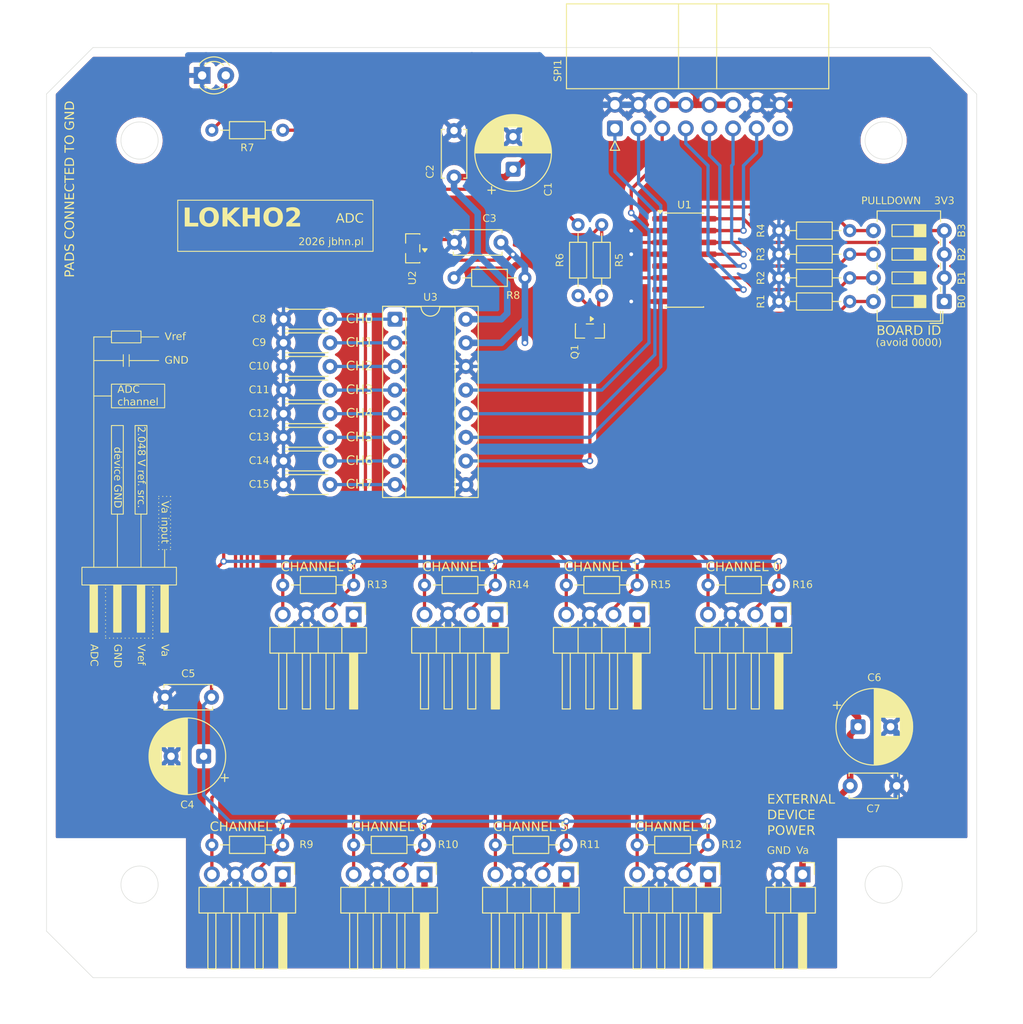
<source format=kicad_pcb>
(kicad_pcb (version 20241229) (generator "pcbnew") (generator_version "9.0")
  (layers (0 "F.Cu" signal) (2 "B.Cu" signal) (13 "F.Paste" user) (15 "B.Paste" user) (5 "F.SilkS" user "F.Silkscreen") (7 "B.SilkS" user "B.Silkscreen") (1 "F.Mask" user) (3 "B.Mask" user) (25 "Edge.Cuts" user))
  (net 0 "")
  (net 1 "SPI_MISO")
  (net 2 "SPI_MOSI")
  (net 3 "SPI_SCK")
  (net 4 "+3V3")
  (net 5 "SPI_S0")
  (net 6 "SPI_S1")
  (net 7 "SPI_S2")
  (net 8 "SPI_S3")
  (net 9 "GP")
  (net 10 "ADDR_SEL")
  (net 11 "Net-(Q1-B)")
  (net 12 "Net-(U1-B0)")
  (net 13 "Net-(U1-B1)")
  (net 14 "Net-(U1-B2)")
  (net 15 "Net-(U1-B3)")
  (net 16 "Net-(U1-Oa=b)")
  (net 17 "+2V048")
  (net 20 "Va")
  (net 21 "Net-(D1-A)")
  (net 23 "CH1")
  (net 24 "CH0")
  (net 25 "CH4")
  (net 26 "CH5")
  (net 27 "CH6")
  (net 28 "GND")
  (net 29 "CH2")
  (net 30 "CH3")
  (net 31 "CH7")
  (footprint "LED_THT:LED_D3.0mm" (layer "F.Cu") (at 116.73 63)
    (property "Reference" "D1" (hide yes))
    (property "Value" "LED")
  )
  (footprint "Capacitor_THT:C_Disc_D5.0mm_W2.5mm_P5.00mm" (layer "F.Cu") (at 143.855 80.955)
    (property "Reference" "C3")
    (property "Value" "100n")
  )
  (footprint "Capacitor_THT:C_Disc_D4.3mm_W1.9mm_P5.00mm" (layer "F.Cu") (at 125.48 91.75)
    (property "Reference" "C9")
    (property "Value" "100n")
  )
  (footprint "Resistor_THT:R_Axial_DIN0204_L3.6mm_D1.6mm_P7.62mm_Horizontal" (layer "F.Cu") (at 148.26 145.725)
    (property "Reference" "R11")
    (property "Value" "360")
  )
  (footprint "Resistor_THT:R_Axial_DIN0204_L3.6mm_D1.6mm_P7.62mm_Horizontal" (layer "F.Cu") (at 117.78 145.725)
    (property "Reference" "R9")
    (property "Value" "360")
  )
  (footprint "Resistor_THT:R_Axial_DIN0204_L3.6mm_D1.6mm_P7.62mm_Horizontal" (layer "F.Cu") (at 186.36 84.765 180)
    (property "Reference" "R2")
    (property "Value" "10k")
  )
  (footprint "Package_DIP:DIP-16_W7.62mm_Socket" (layer "F.Cu") (at 137.465 89.21)
    (property "Reference" "U3")
    (property "Value" "MCP3208")
  )
  (footprint "Capacitor_THT:C_Disc_D5.0mm_W2.5mm_P5.00mm" (layer "F.Cu") (at 191.4 139.375 180)
    (property "Reference" "C7")
    (property "Value" "100n")
  )
  (footprint "Resistor_THT:R_Axial_DIN0204_L3.6mm_D1.6mm_P7.62mm_Horizontal" (layer "F.Cu") (at 186.36 79.685 180)
    (property "Reference" "R4")
    (property "Value" "10k")
  )
  (footprint "Resistor_THT:R_Axial_DIN0204_L3.6mm_D1.6mm_P7.62mm_Horizontal" (layer "F.Cu") (at 157.15 86.67 90)
    (property "Reference" "R6")
    (property "Value" "10k")
  )
  (footprint "Connector_PinHeader_2.54mm:PinHeader_1x04_P2.54mm_Horizontal" (layer "F.Cu") (at 140.64 148.9 -90)
    (property "Reference" "J2" (hide yes))
    (property "Value" "ADC1")
  )
  (footprint "Connector_IDC:IDC-Header_2x08_P2.54mm_Horizontal" (layer "F.Cu") (at 161.11 68.6975 90)
    (property "Reference" "SPI1")
    (property "Value" "LOKHO2 SPI")
  )
  (footprint "Capacitor_THT:C_Disc_D4.3mm_W1.9mm_P5.00mm" (layer "F.Cu") (at 125.48 89.21)
    (property "Reference" "C8")
    (property "Value" "100n")
  )
  (footprint "Resistor_THT:R_Axial_DIN0204_L3.6mm_D1.6mm_P7.62mm_Horizontal" (layer "F.Cu") (at 186.36 87.305 180)
    (property "Reference" "R1")
    (property "Value" "10k")
  )
  (footprint "Connector_PinHeader_2.54mm:PinHeader_1x04_P2.54mm_Horizontal" (layer "F.Cu") (at 163.5 120.96 -90)
    (property "Reference" "J7" (hide yes))
    (property "Value" "ADC6")
  )
  (footprint "Package_TO_SOT_SMD:SOT-23" (layer "F.Cu") (at 139.37 81.59 180)
    (property "Reference" "U2")
    (property "Value" "LM4040DBZ-2.0")
  )
  (footprint "Package_SO:SO-16_3.9x9.9mm_P1.27mm" (layer "F.Cu") (at 168.58 82.86)
    (property "Reference" "U1")
    (property "Value" "74HC85")
  )
  (footprint "Resistor_THT:R_Axial_DIN0204_L3.6mm_D1.6mm_P7.62mm_Horizontal" (layer "F.Cu") (at 125.4 68.89 180)
    (property "Reference" "R7")
    (property "Value" "1k")
  )
  (footprint "Resistor_THT:R_Axial_DIN0204_L3.6mm_D1.6mm_P7.62mm_Horizontal" (layer "F.Cu") (at 163.5 145.725)
    (property "Reference" "R12")
    (property "Value" "360")
  )
  (footprint "Resistor_THT:R_Axial_DIN0204_L3.6mm_D1.6mm_P7.62mm_Horizontal" (layer "F.Cu") (at 186.36 82.225 180)
    (property "Reference" "R3")
    (property "Value" "10k")
  )
  (footprint "Connector_PinHeader_2.54mm:PinHeader_1x04_P2.54mm_Horizontal" (layer "F.Cu") (at 148.26 120.96 -90)
    (property "Reference" "J6" (hide yes))
    (property "Value" "ADC5")
  )
  (footprint "Capacitor_THT:C_Disc_D4.3mm_W1.9mm_P5.00mm" (layer "F.Cu") (at 125.48 106.99)
    (property "Reference" "C15")
    (property "Value" "100n")
  )
  (footprint "Package_TO_SOT_SMD:SOT-23" (layer "F.Cu") (at 158.42 90.48 -90)
    (property "Reference" "Q1")
    (property "Value" "BC846")
  )
  (footprint "Capacitor_THT:CP_Radial_D8.0mm_P3.50mm" (layer "F.Cu") (at 187.247349 133.025)
    (property "Reference" "C6")
    (property "Value" "330u")
  )
  (footprint "Connector_PinHeader_2.54mm:PinHeader_1x04_P2.54mm_Horizontal" (layer "F.Cu") (at 155.88 148.9 -90)
    (property "Reference" "J3" (hide yes))
    (property "Value" "ADC2")
  )
  (footprint "Resistor_THT:R_Axial_DIN0204_L3.6mm_D1.6mm_P7.62mm_Horizontal" (layer "F.Cu") (at 133.02 145.725)
    (property "Reference" "R10")
    (property "Value" "360")
  )
  (footprint "Resistor_THT:R_Axial_DIN0204_L3.6mm_D1.6mm_P7.62mm_Horizontal" (layer "F.Cu") (at 155.88 117.785)
    (property "Reference" "R15")
    (property "Value" "360")
  )
  (footprint "Capacitor_THT:CP_Radial_D8.0mm_P3.50mm" (layer "F.Cu") (at 150.165 73.082651 90)
    (property "Reference" "C1")
    (property "Value" "330u")
  )
  (footprint "Capacitor_THT:C_Disc_D4.3mm_W1.9mm_P5.00mm" (layer "F.Cu") (at 125.48 96.83)
    (property "Reference" "C11")
    (property "Value" "100n")
  )
  (footprint "Connector_PinHeader_2.54mm:PinHeader_1x04_P2.54mm_Horizontal" (layer "F.Cu") (at 133.02 120.96 -90)
    (property "Reference" "J5" (hide yes))
    (property "Value" "ADC4")
  )
  (footprint "Resistor_THT:R_Axial_DIN0204_L3.6mm_D1.6mm_P7.62mm_Horizontal" (layer "F.Cu") (at 140.64 117.785)
    (property "Reference" "R14")
    (property "Value" "360")
  )
  (footprint "Button_Switch_THT:SW_DIP_SPSTx04_Slide_6.7x11.72mm_W7.62mm_P2.54mm_LowProfile" (layer "F.Cu") (at 196.52 87.305 180)
    (property "Reference" "SW1" (hide yes))
    (property "Value" "SW_DIP_x04")
  )
  (footprint "Capacitor_THT:C_Disc_D4.3mm_W1.9mm_P5.00mm" (layer "F.Cu") (at 125.48 101.91)
    (property "Reference" "C13")
    (property "Value" "100n")
  )
  (footprint "Connector_PinHeader_2.54mm:PinHeader_1x04_P2.54mm_Horizontal" (layer "F.Cu") (at 125.4 148.9 -90)
    (property "Reference" "J1" (hide yes))
    (property "Value" "ADC0")
  )
  (footprint "Capacitor_THT:C_Disc_D5.0mm_W2.5mm_P5.00mm" (layer "F.Cu") (at 143.815 68.93 -90)
    (property "Reference" "C2")
    (property "Value" "100n")
  )
  (footprint "Connector_PinHeader_2.54mm:PinHeader_1x04_P2.54mm_Horizontal" (layer "F.Cu") (at 178.74 120.96 -90)
    (property "Reference" "J8" (hide yes))
    (property "Value" "ADC7")
  )
  (footprint "Connector_PinHeader_2.54mm:PinHeader_1x02_P2.54mm_Horizontal" (layer "F.Cu") (at 181.28 148.9 -90)
    (property "Reference" "J9" (hide yes))
    (property "Value" "ANALOG POWER")
  )
  (footprint "Capacitor_THT:C_Disc_D4.3mm_W1.9mm_P5.00mm" (layer "F.Cu") (at 125.48 94.29)
    (property "Reference" "C10")
    (property "Value" "100n")
  )
  (footprint "Capacitor_THT:C_Disc_D5.0mm_W2.5mm_P5.00mm" (layer "F.Cu") (at 112.74 129.85)
    (property "Reference" "C5")
    (property "Value" "100n")
  )
  (footprint "Capacitor_THT:CP_Radial_D8.0mm_P3.50mm" (layer "F.Cu") (at 116.892651 136.2 180)
    (property "Reference" "C4")
    (property "Value" "330u")
  )
  (footprint "Capacitor_THT:C_Disc_D4.3mm_W1.9mm_P5.00mm" (layer "F.Cu") (at 125.48 99.37)
    (property "Reference" "C12")
    (property "Value" "100n")
  )
  (footprint "Resistor_THT:R_Axial_DIN0204_L3.6mm_D1.6mm_P7.62mm_Horizontal" (layer "F.Cu") (at 159.69 79.05 -90)
    (property "Reference" "R5")
    (property "Value" "10k")
  )
  (footprint "Resistor_THT:R_Axial_DIN0204_L3.6mm_D1.6mm_P7.62mm_Horizontal" (layer "F.Cu") (at 171.12 117.785)
    (property "Reference" "R16")
    (property "Value" "360")
  )
  (footprint "Connector_PinHeader_2.54mm:PinHeader_1x04_P2.54mm_Horizontal" (layer "F.Cu") (at 171.12 148.9 -90)
    (property "Reference" "J4" (hide yes))
    (property "Value" "ADC3")
  )
  (footprint "Resistor_THT:R_Axial_DIN0204_L3.6mm_D1.6mm_P7.62mm_Horizontal" (layer "F.Cu") (at 125.4 117.785)
    (property "Reference" "R13")
    (property "Value" "360")
  )
  (footprint "Capacitor_THT:C_Disc_D4.3mm_W1.9mm_P5.00mm" (layer "F.Cu") (at 125.48 104.45)
    (property "Reference" "C14")
    (property "Value" "100n")
  )
  (footprint "Resistor_THT:R_Axial_DIN0204_L3.6mm_D1.6mm_P7.62mm_Horizontal" (layer "F.Cu") (at 151.435 84.765 180)
    (property "Reference" "R8")
    (property "Value" "10k")
  )
  (gr_circle (center 190 70) (end 193.5 70) (stroke (width 2)) (fill no) (layers "F.Cu" "F.Mask") (net 28))
  (gr_circle (center 110 70) (end 113.5 70) (stroke (width 2)) (fill no) (layers "F.Cu" "F.Mask") (net 28))
  (gr_line (start 108.89 93.655) (end 112.065 93.655) (stroke (width 0.1)) (layer "F.SilkS"))
  (gr_rect (start 104.68 117.785) (end 105.48 122.865) (stroke (width 0.1)) (fill yes) (layer "F.SilkS"))
  (gr_line (start 108.255 93.02) (end 108.255 94.29) (stroke (width 0.1)) (layer "F.SilkS"))
  (gr_line (start 105.08 115.88) (end 105.08 115.245) (stroke (width 0.1)) (layer "F.SilkS"))
  (gr_line (start 111.43 123.5) (end 111.43 117.785) (stroke (width 0.1) (type dot)) (layer "F.SilkS"))
  (gr_rect (start 109.76 117.785) (end 110.56 122.865) (stroke (width 0.1)) (fill yes) (layer "F.SilkS"))
  (gr_rect (start 106.985 96.195) (end 112.7 98.735) (stroke (width 0.1)) (fill no) (layer "F.SilkS"))
  (gr_line (start 105.08 93.655) (end 108.255 93.655) (stroke (width 0.1)) (layer "F.SilkS"))
  (gr_rect (start 114.105 76.415) (end 135.105 81.915) (stroke (width 0.1)) (fill no) (layer "F.SilkS"))
  (gr_line (start 107.62 115.88) (end 107.62 110.165) (stroke (width 0.1)) (layer "F.SilkS"))
  (gr_rect (start 109.525 100.64) (end 110.795 110.165) (stroke (width 0.1)) (fill no) (layer "F.SilkS"))
  (gr_line (start 110.16 91.115) (end 112.065 91.115) (stroke (width 0.1)) (layer "F.SilkS"))
  (gr_line (start 105.08 115.245) (end 105.08 91.115) (stroke (width 0.1)) (layer "F.SilkS"))
  (gr_rect (start 106.985 90.48) (end 110.16 91.75) (stroke (width 0.1)) (fill no) (layer "F.SilkS"))
  (gr_line (start 105.08 97.465) (end 106.985 97.465) (stroke (width 0.1)) (layer "F.SilkS"))
  (gr_line (start 106.35 117.785) (end 106.35 123.5) (stroke (width 0.1) (type dot)) (layer "F.SilkS"))
  (gr_line (start 108.89 94.29) (end 108.89 93.02) (stroke (width 0.1)) (layer "F.SilkS"))
  (gr_rect (start 107.22 117.785) (end 108.02 122.865) (stroke (width 0.1)) (fill yes) (layer "F.SilkS"))
  (gr_line (start 105.08 91.115) (end 106.985 91.115) (stroke (width 0.1)) (layer "F.SilkS"))
  (gr_rect (start 112.065 108.26) (end 113.335 113.975) (stroke (width 0.1) (type dot)) (fill no) (layer "F.SilkS"))
  (gr_line (start 110.16 115.88) (end 110.16 110.165) (stroke (width 0.1)) (layer "F.SilkS"))
  (gr_line (start 112.7 115.88) (end 112.7 113.975) (stroke (width 0.1)) (layer "F.SilkS"))
  (gr_line (start 106.35 123.5) (end 111.43 123.5) (stroke (width 0.1) (type dot)) (layer "F.SilkS"))
  (gr_rect (start 103.81 115.88) (end 113.97 117.785) (stroke (width 0.1)) (fill no) (layer "F.SilkS"))
  (gr_rect (start 106.985 100.64) (end 108.255 110.165) (stroke (width 0.1)) (fill no) (layer "F.SilkS"))
  (gr_rect (start 112.3 117.785) (end 113.1 122.865) (stroke (width 0.1)) (fill yes) (layer "F.SilkS"))
  (gr_circle (center 190 70) (end 192 70) (stroke (width 0.05)) (fill no) (layer "Edge.Cuts"))
  (gr_line (start 195 160) (end 105 160) (stroke (width 0.05)) (layer "Edge.Cuts"))
  (gr_circle (center 110 150) (end 108 150) (stroke (width 0.05)) (fill no) (layer "Edge.Cuts"))
  (gr_line (start 105 60) (end 195 60) (stroke (width 0.05)) (layer "Edge.Cuts"))
  (gr_circle (center 110 70) (end 112 70) (stroke (width 0.05)) (fill no) (layer "Edge.Cuts"))
  (gr_circle (center 190 150) (end 192 150) (stroke (width 0.05)) (fill no) (layer "Edge.Cuts"))
  (gr_line (start 105 160) (end 100 155) (stroke (width 0.05)) (layer "Edge.Cuts"))
  (gr_line (start 200 155) (end 195 160) (stroke (width 0.05)) (layer "Edge.Cuts"))
  (gr_line (start 100 65) (end 105 60) (stroke (width 0.05)) (layer "Edge.Cuts"))
  (gr_line (start 200 65) (end 200 155) (stroke (width 0.05)) (layer "Edge.Cuts"))
  (gr_line (start 195 60) (end 200 65) (stroke (width 0.05)) (layer "Edge.Cuts"))
  (gr_line (start 100 155) (end 100 65) (stroke (width 0.05)) (layer "Edge.Cuts"))
  (gr_text "CHANNEL 6" (at 136.83 143.82 0) (layer "F.SilkS") (effects (font (size 1 1) (thickness 0.125))))
  (gr_text "CHANNEL 1" (at 159.69 115.88 0) (layer "F.SilkS") (effects (font (size 1 1) (thickness 0.125))))
  (gr_text "CH7" (at 133.655 106.99 0) (layer "F.SilkS") (effects (font (size 1 1) (thickness 0.125))))
  (gr_text "CHANNEL 0" (at 174.93 115.88 0) (layer "F.SilkS") (effects (font (size 1 1) (thickness 0.125))))
  (gr_text "CH5" (at 133.655 101.91 0) (layer "F.SilkS") (effects (font (size 1 1) (thickness 0.125))))
  (gr_text "Vref" (at 112.7 91.115 0) (layer "F.SilkS") (effects (font (size 0.8 0.8) (thickness 0.125)) (justify left)))
  (gr_text "CHANNEL 3" (at 129.21 115.88 0) (layer "F.SilkS") (effects (font (size 1 1) (thickness 0.125))))
  (gr_text "CHANNEL 2" (at 144.45 115.88 0) (layer "F.SilkS") (effects (font (size 1 1) (thickness 0.125))))
  (gr_text "CH0" (at 133.655 89.21 0) (layer "F.SilkS") (effects (font (size 1 1) (thickness 0.125))))
  (gr_text "2026 jbhn.pl" (at 134.105 80.915 0) (layer "F.SilkS") (effects (font (size 0.8 0.8) (thickness 0.125)) (justify right)))
  (gr_text "ADC" (at 134.105 78.415 0) (layer "F.SilkS") (effects (font (size 1 1) (thickness 0.125)) (justify right)))
  (gr_text "Vref" (at 110.16 124.135 270) (layer "F.SilkS") (effects (font (size 0.8 0.8) (thickness 0.125)) (justify left)))
  (gr_text "GND" (at 178.74 146.36 0) (layer "F.SilkS") (effects (font (size 0.8 0.8) (thickness 0.125))))
  (gr_text "ADC" (at 105.08 124.135 270) (layer "F.SilkS") (effects (font (size 0.8 0.8) (thickness 0.125)) (justify left)))
  (gr_text "CHANNEL 7" (at 121.59 143.82 0) (layer "F.SilkS") (effects (font (size 1 1) (thickness 0.125))))
  (gr_text "GND" (at 112.7 93.655 0) (layer "F.SilkS") (effects (font (size 0.8 0.8) (thickness 0.125)) (justify left)))
  (gr_text "CH1" (at 133.655 91.75 0) (layer "F.SilkS") (effects (font (size 1 1) (thickness 0.125))))
  (gr_text "CH4" (at 133.655 99.37 0) (layer "F.SilkS") (effects (font (size 1 1) (thickness 0.125))))
  (gr_text "Va input" (at 112.7 113.34 270) (layer "F.SilkS") (effects (font (size 0.8 0.8) (thickness 0.125)) (justify right)))
  (gr_text "CHANNEL 5" (at 152.07 143.82 0) (layer "F.SilkS") (effects (font (size 1 1) (thickness 0.125))))
  (gr_text "CH6" (at 133.655 104.45 0) (layer "F.SilkS") (effects (font (size 1 1) (thickness 0.125))))
  (gr_text "B3" (at 198.425 79.685 90) (layer "F.SilkS") (effects (font (size 0.8 0.8) (thickness 0.125))))
  (gr_text "ADC\nchannel" (at 107.62 97.465 0) (layer "F.SilkS") (effects (font (size 0.8 0.8) (thickness 0.125)) (justify left)))
  (gr_text "PULLDOWN" (at 190.805 76.51 0) (layer "F.SilkS") (effects (font (size 0.8 0.8) (thickness 0.125))))
  (gr_text "GND" (at 107.62 124.135 270) (layer "F.SilkS") (effects (font (size 0.8 0.8) (thickness 0.125)) (justify left)))
  (gr_text "Va" (at 181.28 146.36 0) (layer "F.SilkS") (effects (font (size 0.8 0.8) (thickness 0.125))))
  (gr_text "device GND" (at 107.62 109.53 270) (layer "F.SilkS") (effects (font (size 0.8 0.8) (thickness 0.125)) (justify right)))
  (gr_text "CH2" (at 133.655 94.29 0) (layer "F.SilkS") (effects (font (size 1 1) (thickness 0.125))))
  (gr_text "EXTERNAL\nDEVICE\nPOWER" (at 177.47 142.55 0) (layer "F.SilkS") (effects (font (size 1 1) (thickness 0.125)) (justify left)))
  (gr_text "BOARD ID" (at 192.71 90.48 0) (layer "F.SilkS") (effects (font (size 1 1) (thickness 0.125))))
  (gr_text "PADS CONNECTED TO GND" (at 102.54 65.715 90) (layer "F.SilkS") (effects (font (size 1 1) (thickness 0.125)) (justify right)))
  (gr_text "B2" (at 198.425 82.225 90) (layer "F.SilkS") (effects (font (size 0.8 0.8) (thickness 0.125))))
  (gr_text "3V3" (at 196.52 76.51 0) (layer "F.SilkS") (effects (font (size 0.8 0.8) (thickness 0.125))))
  (gr_text "CH3" (at 133.655 96.83 0) (layer "F.SilkS") (effects (font (size 1 1) (thickness 0.125))))
  (gr_text "2.048 V ref. src." (at 110.16 109.53 270) (layer "F.SilkS") (effects (font (size 0.8 0.8) (thickness 0.125)) (justify right)))
  (gr_text "B0" (at 198.425 87.305 90) (layer "F.SilkS") (effects (font (size 0.8 0.8) (thickness 0.125))))
  (gr_text "LOKHO2" (at 114.605 78.415 0) (layer "F.SilkS") (effects (font (size 2 2) (thickness 0.4) (bold yes)) (justify left)))
  (gr_text "CHANNEL 4" (at 167.31 143.82 0) (layer "F.SilkS") (effects (font (size 1 1) (thickness 0.125))))
  (gr_text "(avoid 0000)" (at 192.71 91.75 0) (layer "F.SilkS") (effects (font (size 0.8 0.8) (thickness 0.125))))
  (gr_text "B1" (at 198.425 84.765 90) (layer "F.SilkS") (effects (font (size 0.8 0.8) (thickness 0.125))))
  (gr_text "Va" (at 112.7 124.135 270) (layer "F.SilkS") (effects (font (size 0.8 0.8) (thickness 0.125)) (justify left)))
  (segment (start 161.11 68.6975) (end 161.11 73.335) (width 0.35) (layer "B.Cu") (net 1))
  (segment (start 161.11 73.335) (end 165.405 77.63) (width 0.35) (layer "B.Cu") (net 1))
  (segment (start 165.405 77.63) (end 165.405 93.02) (width 0.35) (layer "B.Cu") (net 1))
  (segment (start 159.055 99.37) (end 145.085 99.37) (width 0.35) (layer "B.Cu") (net 1))
  (segment (start 165.405 93.02) (end 159.055 99.37) (width 0.35) (layer "B.Cu") (net 1))
  (segment (start 163.65 68.6975) (end 163.65 74.605) (width 0.35) (layer "B.Cu") (net 2))
  (segment (start 166.04 94.29) (end 158.42 101.91) (width 0.35) (layer "B.Cu") (net 2))
  (segment (start 158.42 101.91) (end 145.085 101.91) (width 0.35) (layer "B.Cu") (net 2))
  (segment (start 166.04 76.995) (end 166.04 94.29) (width 0.35) (layer "B.Cu") (net 2))
  (segment (start 163.65 74.605) (end 166.04 76.995) (width 0.35) (layer "B.Cu") (net 2))
  (segment (start 162.865 76.51) (end 162.865 77.78) (width 0.35) (layer "F.Cu") (net 3))
  (segment (start 166.19 71.915) (end 165.405 72.7) (width 0.35) (layer "F.Cu") (net 3))
  (segment (start 162.865 75.24) (end 162.865 76.51) (width 0.35) (layer "F.Cu") (net 3))
  (segment (start 165.405 72.7) (end 162.865 75.24) (width 0.35) (layer "F.Cu") (net 3))
  (segment (start 166.19 68.6975) (end 166.19 71.915) (width 0.35) (layer "F.Cu") (net 3))
  (via (at 162.865 77.78) (size 0.7) (drill 0.4) (layers "F.Cu" "B.Cu") (net 3))
  (segment (start 159.69 96.83) (end 145.085 96.83) (width 0.35) (layer "B.Cu") (net 3))
  (segment (start 162.865 77.78) (end 164.77 79.685) (width 0.35) (layer "B.Cu") (net 3))
  (segment (start 164.77 79.685) (end 164.77 91.75) (width 0.35) (layer "B.Cu") (net 3))
  (segment (start 164.77 91.75) (end 159.69 96.83) (width 0.35) (layer "B.Cu") (net 3))
  (segment (start 161.595 80.32) (end 162.23 80.955) (width 0.35) (layer "F.Cu") (net 4))
  (segment (start 171.155 78.415) (end 174.93 78.415) (width 0.35) (layer "F.Cu") (net 4))
  (segment (start 190.805 80.955) (end 192.075 79.685) (width 0.35) (layer "F.Cu") (net 4))
  (segment (start 150.417349 73.082651) (end 150.165 73.082651) (width 0.7) (layer "F.Cu") (net 4))
  (segment (start 149.317651 73.93) (end 150.165 73.082651) (width 0.7) (layer "F.Cu") (net 4))
  (segment (start 159.69 63.81) (end 150.417349 73.082651) (width 0.7) (layer "F.Cu") (net 4))
  (segment (start 169.531966 78.415) (end 171.155 78.415) (width 0.35) (layer "F.Cu") (net 4))
  (segment (start 166.005 80.955) (end 166.991966 80.955) (width 0.35) (layer "F.Cu") (net 4))
  (segment (start 174.93 78.415) (end 177.47 80.955) (width 0.35) (layer "F.Cu") (net 4))
  (segment (start 143.815 73.93) (end 149.317651 73.93) (width 0.7) (layer "F.Cu") (net 4))
  (segment (start 168.58 63.81) (end 159.69 63.81) (width 0.7) (layer "F.Cu") (net 4))
  (segment (start 162.23 80.955) (end 166.005 80.955) (width 0.35) (layer "F.Cu") (net 4))
  (segment (start 177.47 80.955) (end 190.805 80.955) (width 0.35) (layer "F.Cu") (net 4))
  (segment (start 166.991966 80.955) (end 169.531966 78.415) (width 0.35) (layer "F.Cu") (net 4))
  (segment (start 192.075 79.685) (end 196.52 79.685) (width 0.35) (layer "F.Cu") (net 4))
  (segment (start 169.85 65.08) (end 168.58 63.81) (width 0.7) (layer "F.Cu") (net 4))
  (segment (start 150.945151 75.5575) (end 153.6575 75.5575) (width 0.35) (layer "F.Cu") (net 4))
  (segment (start 153.6575 75.5575) (end 159.3725 75.5575) (width 0.35) (layer "F.Cu") (net 4))
  (segment (start 159.3725 75.5575) (end 161.595 77.78) (width 0.35) (layer "F.Cu") (net 4))
  (segment (start 161.595 77.78) (end 161.595 80.32) (width 0.35) (layer "F.Cu") (net 4))
  (segment (start 169.85 66.1575) (end 166.19 66.1575) (width 0.7) (layer "F.Cu") (net 4))
  (segment (start 173.81 66.1575) (end 169.85 66.1575) (width 0.7) (layer "F.Cu") (net 4))
  (segment (start 169.85 66.1575) (end 169.85 65.08) (width 0.7) (layer "F.Cu") (net 4))
  (segment (start 157.15 79.05) (end 153.6575 75.5575) (width 0.35) (layer "F.Cu") (net 4))
  (segment (start 143.815 75.24) (end 143.815 73.93) (width 0.7) (layer "B.Cu") (net 4))
  (segment (start 196.52 87.305) (end 196.52 79.685) (width 0.35) (layer "B.Cu") (net 4))
  (segment (start 146.355 77.78) (end 143.815 75.24) (width 0.7) (layer "B.Cu") (net 4))
  (segment (start 149.53 88.575) (end 149.53 85.4) (width 0.7) (layer "B.Cu") (net 4))
  (segment (start 149.53 85.4) (end 146.355 82.225) (width 0.7) (layer "B.Cu") (net 4))
  (segment (start 145.085 89.21) (end 148.895 89.21) (width 0.7) (layer "B.Cu") (net 4))
  (segment (start 146.355 82.225) (end 146.355 77.78) (width 0.7) (layer "B.Cu") (net 4))
  (segment (start 148.895 89.21) (end 149.53 88.575) (width 0.7) (layer "B.Cu") (net 4))
  (segment (start 143.815 84.765) (end 146.355 82.225) (width 0.7) (layer "B.Cu") (net 4))
  (segment (start 171.155 86.035) (end 174.93 86.035) (width 0.35) (layer "F.Cu") (net 5))
  (via (at 174.93 86.035) (size 0.7) (drill 0.4) (layers "F.Cu" "B.Cu") (net 5))
  (segment (start 171.12 72.7) (end 168.73 70.31) (width 0.35) (layer "B.Cu") (net 5))
  (segment (start 171.12 82.225) (end 171.12 72.7) (width 0.35) (layer "B.Cu") (net 5))
  (segment (start 174.93 86.035) (end 171.12 82.225) (width 0.35) (layer "B.Cu") (net 5))
  (segment (start 168.73 70.31) (end 168.73 68.6975) (width 0.35) (layer "B.Cu") (net 5))
  (segment (start 171.155 83.495) (end 174.93 83.495) (width 0.35) (layer "F.Cu") (net 6))
  (via (at 174.93 83.495) (size 0.7) (drill 0.4) (layers "F.Cu" "B.Cu") (net 6))
  (segment (start 172.39 72.7) (end 171.27 71.58) (width 0.35) (layer "B.Cu") (net 6))
  (segment (start 174.93 83.495) (end 174.295 83.495) (width 0.35) (layer "B.Cu") (net 6))
  (segment (start 172.39 81.59) (end 172.39 72.7) (width 0.35) (layer "B.Cu") (net 6))
  (segment (start 174.295 83.495) (end 172.39 81.59) (width 0.35) (layer "B.Cu") (net 6))
  (segment (start 171.27 71.58) (end 171.27 68.6975) (width 0.35) (layer "B.Cu") (net 6))
  (segment (start 171.155 82.225) (end 174.93 82.225) (width 0.35) (layer "F.Cu") (net 7))
  (via (at 174.93 82.225) (size 0.7) (drill 0.4) (layers "F.Cu" "B.Cu") (net 7))
  (segment (start 173.66 80.955) (end 173.66 72.7) (width 0.35) (layer "B.Cu") (net 7))
  (segment (start 174.93 82.225) (end 173.66 80.955) (width 0.35) (layer "B.Cu") (net 7))
  (segment (start 173.81 72.55) (end 173.81 68.6975) (width 0.35) (layer "B.Cu") (net 7))
  (segment (start 173.66 72.7) (end 173.81 72.55) (width 0.35) (layer "B.Cu") (net 7))
  (segment (start 171.155 79.685) (end 174.93 79.685) (width 0.35) (layer "F.Cu") (net 8))
  (via (at 174.93 79.685) (size 0.7) (drill 0.4) (layers "F.Cu" "B.Cu") (net 8))
  (segment (start 174.93 72.7) (end 174.93 79.685) (width 0.35) (layer "B.Cu") (net 8))
  (segment (start 176.35 71.28) (end 174.93 72.7) (width 0.35) (layer "B.Cu") (net 8))
  (segment (start 176.35 68.6975) (end 176.35 71.28) (width 0.35) (layer "B.Cu") (net 8))
  (segment (start 158.42 91.4175) (end 158.42 104.45) (width 0.35) (layer "F.Cu") (net 10))
  (segment (start 158.42 91.4175) (end 158.42 87.94) (width 0.35) (layer "F.Cu") (net 10))
  (segment (start 158.42 87.94) (end 157.15 86.67) (width 0.35) (layer "F.Cu") (net 10))
  (via (at 158.42 104.45) (size 0.7) (drill 0.4) (layers "F.Cu" "B.Cu") (net 10))
  (segment (start 158.42 104.45) (end 145.085 104.45) (width 0.35) (layer "B.Cu") (net 10))
  (segment (start 159.37 86.99) (end 159.69 86.67) (width 0.35) (layer "F.Cu") (net 11))
  (segment (start 159.37 89.5425) (end 159.37 86.99) (width 0.35) (layer "F.Cu") (net 11))
  (segment (start 186.36 87.305) (end 188.9 87.305) (width 0.35) (layer "F.Cu") (net 12))
  (segment (start 185.09 88.575) (end 186.36 87.305) (width 0.35) (layer "F.Cu") (net 12))
  (segment (start 176.2 88.575) (end 185.09 88.575) (width 0.35) (layer "F.Cu") (net 12))
  (segment (start 174.93 87.305) (end 176.2 88.575) (width 0.35) (layer "F.Cu") (net 12))
  (segment (start 171.155 87.305) (end 174.93 87.305) (width 0.35) (layer "F.Cu") (net 12))
  (segment (start 188.9 84.765) (end 186.36 84.765) (width 0.35) (layer "F.Cu") (net 13))
  (segment (start 174.93 84.765) (end 176.2 86.035) (width 0.35) (layer "F.Cu") (net 13))
  (segment (start 176.2 86.035) (end 185.09 86.035) (width 0.35) (layer "F.Cu") (net 13))
  (segment (start 185.09 86.035) (end 186.36 84.765) (width 0.35) (layer "F.Cu") (net 13))
  (segment (start 171.155 84.765) (end 174.93 84.765) (width 0.35) (layer "F.Cu") (net 13))
  (segment (start 171.155 80.955) (end 174.93 80.955) (width 0.35) (layer "F.Cu") (net 14))
  (segment (start 186.36 82.225) (end 188.9 82.225) (width 0.35) (layer "F.Cu") (net 14))
  (segment (start 185.09 83.495) (end 186.36 82.225) (width 0.35) (layer "F.Cu") (net 14))
  (segment (start 177.47 83.495) (end 185.09 83.495) (width 0.35) (layer "F.Cu") (net 14))
  (segment (start 174.93 80.955) (end 177.47 83.495) (width 0.35) (layer "F.Cu") (net 14))
  (segment (start 183.82 77.145) (end 169.215 77.145) (width 0.35) (layer "F.Cu") (net 15))
  (segment (start 188.9 79.685) (end 186.36 79.685) (width 0.35) (layer "F.Cu") (net 15))
  (segment (start 169.215 77.145) (end 167.945 78.415) (width 0.35) (layer "F.Cu") (net 15))
  (segment (start 167.945 78.415) (end 166.005 78.415) (width 0.35) (layer "F.Cu") (net 15))
  (segment (start 186.36 79.685) (end 183.82 77.145) (width 0.35) (layer "F.Cu") (net 15))
  (segment (start 159.69 79.05) (end 159.69 82.86) (width 0.35) (layer "F.Cu") (net 16))
  (segment (start 125.4 68.89) (end 134.925 68.89) (width 0.35) (layer "F.Cu") (net 16))
  (segment (start 159.69 82.86) (end 161.595 84.765) (width 0.35) (layer "F.Cu") (net 16))
  (segment (start 148.614 75.24) (end 153.5 80.126) (width 0.35) (layer "F.Cu") (net 16))
  (segment (start 134.925 68.89) (end 141.275 75.24) (width 0.35) (layer "F.Cu") (net 16))
  (segment (start 161.595 84.765) (end 166.005 84.765) (width 0.35) (layer "F.Cu") (net 16))
  (segment (start 158.614 80.126) (end 159.69 79.05) (width 0.35) (layer "F.Cu") (net 16))
  (segment (start 141.275 75.24) (end 148.614 75.24) (width 0.35) (layer "F.Cu") (net 16))
  (segment (start 153.5 80.126) (end 158.614 80.126) (width 0.35) (layer "F.Cu") (net 16))
  (segment (start 120.955 109.53) (end 133.02 109.53) (width 0.35) (layer "F.Cu") (net 17))
  (segment (start 138.1 148.265) (end 138.1 148.9) (width 0.35) (layer "F.Cu") (net 17))
  (segment (start 148.26 117.785) (end 145.72 120.325) (width 0.35) (layer "F.Cu") (net 17))
  (segment (start 176.2 120.325) (end 176.2 120.96) (width 0.35) (layer "F.Cu") (net 17))
  (segment (start 122.86 148.265) (end 122.86 148.9) (width 0.35) (layer "F.Cu") (net 17))
  (segment (start 163.5 117.785) (end 160.96 120.325) (width 0.35) (layer "F.Cu") (net 17))
  (segment (start 133.02 117.785) (end 130.48 120.325) (width 0.35) (layer "F.Cu") (net 17))
  (segment (start 140.3075 82.54) (end 142.86 82.54) (width 0.35) (layer "F.Cu") (net 17))
  (segment (start 168.58 148.265) (end 168.58 148.9) (width 0.35) (layer "F.Cu") (net 17))
  (segment (start 140.64 145.725) (end 138.1 148.265) (width 0.35) (layer "F.Cu") (net 17))
  (segment (start 171.12 145.725) (end 171.12 143.185) (width 0.35) (layer "F.Cu") (net 17))
  (segment (start 119.05 111.435) (end 120.955 109.53) (width 0.35) (layer "F.Cu") (net 17))
  (segment (start 133.02 109.53) (end 134.29 108.26) (width 0.35) (layer "F.Cu") (net 17))
  (segment (start 145.72 120.325) (end 145.72 120.96) (width 0.35) (layer "F.Cu") (net 17))
  (segment (start 178.74 117.785) (end 178.74 115.245) (width 0.35) (layer "F.Cu") (net 17))
  (segment (start 148.26 117.785) (end 148.26 115.245) (width 0.35) (layer "F.Cu") (net 17))
  (segment (start 117.74 116.555) (end 119.05 115.245) (width 0.35) (layer "F.Cu") (net 17))
  (segment (start 141.275 84.765) (end 143.18 82.86) (width 0.35) (layer "F.Cu") (net 17))
  (segment (start 130.48 120.325) (end 130.48 120.96) (width 0.35) (layer "F.Cu") (net 17))
  (segment (start 153.34 148.265) (end 153.34 148.9) (width 0.35) (layer "F.Cu") (net 17))
  (segment (start 133.02 117.785) (end 133.02 115.245) (width 0.35) (layer "F.Cu") (net 17))
  (segment (start 163.5 117.785) (end 163.5 115.245) (width 0.35) (layer "F.Cu") (net 17))
  (segment (start 134.29 87.305) (end 136.83 84.765) (width 0.35) (layer "F.Cu") (net 17))
  (segment (start 134.29 108.26) (end 134.29 87.305) (width 0.35) (layer "F.Cu") (net 17))
  (segment (start 142.86 82.54) (end 143.18 82.86) (width 0.35) (layer "F.Cu") (net 17))
  (segment (start 125.4 145.725) (end 122.86 148.265) (width 0.35) (layer "F.Cu") (net 17))
  (segment (start 155.88 145.725) (end 153.34 148.265) (width 0.35) (layer "F.Cu") (net 17))
  (segment (start 149.53 82.86) (end 150.145 82.245) (width 0.35) (layer "F.Cu") (net 17))
  (segment (start 143.18 82.86) (end 149.53 82.86) (width 0.35) (layer "F.Cu") (net 17))
  (segment (start 155.88 145.725) (end 155.88 143.185) (width 0.35) (layer "F.Cu") (net 17))
  (segment (start 117.74 129.85) (end 117.74 116.555) (width 0.35) (layer "F.Cu") (net 17))
  (segment (start 136.83 84.765) (end 141.275 84.765) (width 0.35) (layer "F.Cu") (net 17))
  (segment (start 125.4 145.725) (end 125.4 143.185) (width 0.35) (layer "F.Cu") (net 17))
  (segment (start 171.12 145.725) (end 168.58 148.265) (width 0.35) (layer "F.Cu") (net 17))
  (segment (start 160.96 120.325) (end 160.96 120.96) (width 0.35) (layer "F.Cu") (net 17))
  (segment (start 119.05 115.245) (end 119.05 111.435) (width 0.35) (layer "F.Cu") (net 17))
  (segment (start 178.74 117.785) (end 176.2 120.325) (width 0.35) (layer "F.Cu") (net 17))
  (segment (start 140.64 145.725) (end 140.64 143.185) (width 0.35) (layer "F.Cu") (net 17))
  (via (at 163.5 115.245) (size 0.7) (drill 0.4) (layers "F.Cu" "B.Cu") (net 17))
  (via (at 140.64 143.185) (size 0.7) (drill 0.4) (layers "F.Cu" "B.Cu") (net 17))
  (via (at 133.02 115.245) (size 0.7) (drill 0.4) (layers "F.Cu" "B.Cu") (net 17))
  (via (at 150.145 82.245) (size 0.7) (drill 0.4) (layers "F.Cu" "B.Cu") (net 17))
  (via (at 155.88 143.185) (size 0.7) (drill 0.4) (layers "F.Cu" "B.Cu") (net 17))
  (via (at 178.74 115.245) (size 0.7) (drill 0.4) (layers "F.Cu" "B.Cu") (net 17))
  (via (at 119.05 115.245) (size 0.7) (drill 0.4) (layers "F.Cu" "B.Cu") (net 17))
  (via (at 125.4 143.185) (size 0.7) (drill 0.4) (layers "F.Cu" "B.Cu") (net 17))
  (via (at 148.26 115.245) (size 0.7) (drill 0.4) (layers "F.Cu" "B.Cu") (net 17))
  (via (at 171.12 143.185) (size 0.7) (drill 0.4) (layers "F.Cu" "B.Cu") (net 17))
  (via (at 151.435 91.75) (size 0.7) (drill 0.4) (layers "F.Cu" "B.Cu") (net 17))
  (segment (start 140.64 143.185) (end 155.88 143.185) (width 0.35) (layer "B.Cu") (net 17))
  (segment (start 133.02 115.245) (end 148.26 115.245) (width 0.35) (layer "B.Cu") (net 17))
  (segment (start 119.685 143.185) (end 125.4 143.185) (width 0.35) (layer "B.Cu") (net 17))
  (segment (start 151.435 84.765) (end 151.435 89.21) (width 0.7) (layer "B.Cu") (net 17))
  (segment (start 155.88 143.185) (end 171.12 143.185) (width 0.35) (layer "B.Cu") (net 17))
  (segment (start 116.892651 140.392651) (end 119.685 143.185) (width 0.35) (layer "B.Cu") (net 17))
  (segment (start 148.895 91.75) (end 145.085 91.75) (width 0.7) (layer "B.Cu") (net 17))
  (segment (start 116.892651 136.2) (end 116.892651 130.697349) (width 0.35) (layer "B.Cu") (net 17))
  (segment (start 163.5 115.245) (end 178.74 115.245) (width 0.35) (layer "B.Cu") (net 17))
  (segment (start 151.435 89.21) (end 148.895 91.75) (width 0.7) (layer "B.Cu") (net 17))
  (segment (start 151.435 83.535) (end 150.145 82.245) (width 0.7) (layer "B.Cu") (net 17))
  (segment (start 150.145 82.245) (end 148.855 80.955) (width 0.7) (layer "B.Cu") (net 17))
  (segment (start 151.435 89.21) (end 151.435 91.75) (width 0.7) (layer "B.Cu") (net 17))
  (segment (start 116.892651 130.697349) (end 117.74 129.85) (width 0.35) (layer "B.Cu") (net 17))
  (segment (start 125.4 143.185) (end 140.64 143.185) (width 0.35) (layer "B.Cu") (net 17))
  (segment (start 119.05 115.245) (end 133.02 115.245) (width 0.35) (layer "B.Cu") (net 17))
  (segment (start 116.892651 136.2) (end 116.892651 140.392651) (width 0.35) (layer "B.Cu") (net 17))
  (segment (start 148.26 115.245) (end 163.5 115.245) (width 0.35) (layer "B.Cu") (net 17))
  (segment (start 151.435 84.765) (end 151.435 83.535) (width 0.7) (layer "B.Cu") (net 17))
  (segment (start 125.4 151.44) (end 125.4 148.9) (width 0.7) (layer "F.Cu") (net 20))
  (segment (start 181.28 144.495) (end 186.4 139.375) (width 0.7) (layer "F.Cu") (net 20))
  (segment (start 148.26 123.5) (end 133.02 123.5) (width 0.7) (layer "F.Cu") (net 20))
  (segment (start 155.88 151.44) (end 155.88 148.9) (width 0.7) (layer "F.Cu") (net 20))
  (segment (start 140.64 151.44) (end 125.4 151.44) (width 0.7) (layer "F.Cu") (net 20))
  (segment (start 148.26 123.5) (end 148.26 120.96) (width 0.7) (layer "F.Cu") (net 20))
  (segment (start 181.28 148.9) (end 181.28 151.44) (width 0.7) (layer "F.Cu") (net 20))
  (segment (start 163.5 123.5) (end 163.5 120.96) (width 0.7) (layer "F.Cu") (net 20))
  (segment (start 178.74 123.5) (end 178.74 120.96) (width 0.7) (layer "F.Cu") (net 20))
  (segment (start 171.12 151.44) (end 155.88 151.44) (width 0.7) (layer "F.Cu") (net 20))
  (segment (start 178.74 123.5) (end 163.5 123.5) (width 0.7) (layer "F.Cu") (net 20))
  (segment (start 187.247349 132.007349) (end 178.74 123.5) (width 0.7) (layer "F.Cu") (net 20))
  (segment (start 171.12 151.44) (end 171.12 148.9) (width 0.7) (layer "F.Cu") (net 20))
  (segment (start 181.28 151.44) (end 171.12 151.44) (width 0.7) (layer "F.Cu") (net 20))
  (segment (start 181.28 148.9) (end 181.28 144.495) (width 0.7) (layer "F.Cu") (net 20))
  (segment (start 155.88 151.44) (end 140.64 151.44) (width 0.7) (layer "F.Cu") (net 20))
  (segment (start 187.247349 133.025) (end 187.247349 132.007349) (width 0.7) (layer "F.Cu") (net 20))
  (segment (start 186.4 139.375) (end 186.4 133.872349) (width 0.7) (layer "F.Cu") (net 20))
  (segment (start 133.02 123.5) (end 133.02 120.96) (width 0.7) (layer "F.Cu") (net 20))
  (segment (start 140.64 151.44) (end 140.64 148.9) (width 0.7) (layer "F.Cu") (net 20))
  (segment (start 186.4 133.872349) (end 187.247349 133.025) (width 0.7) (layer "F.Cu") (net 20))
  (segment (start 163.5 123.5) (end 148.26 123.5) (width 0.7) (layer "F.Cu") (net 20))
  (segment (start 119.27 67.4) (end 119.27 63) (width 0.35) (layer "F.Cu") (net 21))
  (segment (start 117.78 68.89) (end 119.27 67.4) (width 0.35) (layer "F.Cu") (net 21))
  (segment (start 155.88 115.245) (end 155.88 120.96) (width 0.35) (layer "F.Cu") (net 23))
  (segment (start 153.975 113.34) (end 155.88 115.245) (width 0.35) (layer "F.Cu") (net 23))
  (segment (start 142.545 92.385) (end 142.545 112.07) (width 0.35) (layer "F.Cu") (net 23))
  (segment (start 137.465 91.75) (end 141.91 91.75) (width 0.35) (layer "F.Cu") (net 23))
  (segment (start 142.545 112.07) (end 143.815 113.34) (width 0.35) (layer "F.Cu") (net 23))
  (segment (start 141.91 91.75) (end 142.545 92.385) (width 0.35) (layer "F.Cu") (net 23))
  (segment (start 143.815 113.34) (end 153.975 113.34) (width 0.35) (layer "F.Cu") (net 23))
  (segment (start 137.465 91.75) (end 130.48 91.75) (width 0.35) (layer "B.Cu") (net 23))
  (segment (start 144.45 112.705) (end 168.58 112.705) (width 0.35) (layer "F.Cu") (net 24))
  (segment (start 143.18 90.48) (end 143.18 111.435) (width 0.35) (layer "F.Cu") (net 24))
  (segment (start 171.12 115.245) (end 171.12 117.785) (width 0.35) (layer "F.Cu") (net 24))
  (segment (start 171.12 117.785) (end 171.12 120.96) (width 0.35) (layer "F.Cu") (net 24))
  (segment (start 168.58 112.705) (end 171.12 115.245) (width 0.35) (layer "F.Cu") (net 24))
  (segment (start 141.91 89.21) (end 143.18 90.48) (width 0.35) (layer "F.Cu") (net 24))
  (segment (start 137.465 89.21) (end 141.91 89.21) (width 0.35) (layer "F.Cu") (net 24))
  (segment (start 143.18 111.435) (end 144.45 112.705) (width 0.35) (layer "F.Cu") (net 24))
  (segment (start 130.48 89.21) (end 137.465 89.21) (width 0.35) (layer "B.Cu") (net 24))
  (segment (start 122.225 134.295) (end 124.765 136.835) (width 0.35) (layer "F.Cu") (net 25))
  (segment (start 163.5 140.01) (end 163.5 145.725) (width 0.35) (layer "F.Cu") (net 25))
  (segment (start 123.495 112.705) (end 122.225 113.975) (width 0.35) (layer "F.Cu") (net 25))
  (segment (start 124.765 136.835) (end 160.325 136.835) (width 0.35) (layer "F.Cu") (net 25))
  (segment (start 163.5 145.725) (end 163.5 148.9) (width 0.35) (layer "F.Cu") (net 25))
  (segment (start 160.325 136.835) (end 163.5 140.01) (width 0.35) (layer "F.Cu") (net 25))
  (segment (start 140.005 99.37) (end 140.64 100.005) (width 0.35) (layer "F.Cu") (net 25))
  (segment (start 140.64 110.8) (end 138.735 112.705) (width 0.35) (layer "F.Cu") (net 25))
  (segment (start 137.465 99.37) (end 140.005 99.37) (width 0.35) (layer "F.Cu") (net 25))
  (segment (start 138.735 112.705) (end 123.495 112.705) (width 0.35) (layer "F.Cu") (net 25))
  (segment (start 122.225 113.975) (end 122.225 134.295) (width 0.35) (layer "F.Cu") (net 25))
  (segment (start 140.64 100.005) (end 140.64 110.8) (width 0.35) (layer "F.Cu") (net 25))
  (segment (start 130.48 99.37) (end 137.465 99.37) (width 0.35) (layer "B.Cu") (net 25))
  (segment (start 121.59 113.34) (end 121.59 134.93) (width 0.35) (layer "F.Cu") (net 26))
  (segment (start 145.72 137.47) (end 148.26 140.01) (width 0.35) (layer "F.Cu") (net 26))
  (segment (start 121.59 134.93) (end 124.13 137.47) (width 0.35) (layer "F.Cu") (net 26))
  (segment (start 137.465 101.91) (end 139.37 101.91) (width 0.35) (layer "F.Cu") (net 26))
  (segment (start 124.13 137.47) (end 145.72 137.47) (width 0.35) (layer "F.Cu") (net 26))
  (segment (start 122.86 112.07) (end 121.59 113.34) (width 0.35) (layer "F.Cu") (net 26))
  (segment (start 148.26 145.725) (end 148.26 148.9) (width 0.35) (layer "F.Cu") (net 26))
  (segment (start 140.005 110.165) (end 138.1 112.07) (width 0.35) (layer "F.Cu") (net 26))
  (segment (start 139.37 101.91) (end 140.005 102.545) (width 0.35) (layer "F.Cu") (net 26))
  (segment (start 140.005 102.545) (end 140.005 110.165) (width 0.35) (layer "F.Cu") (net 26))
  (segment (start 138.1 112.07) (end 122.86 112.07) (width 0.35) (layer "F.Cu") (net 26))
  (segment (start 148.26 140.01) (end 148.26 145.725) (width 0.35) (layer "F.Cu") (net 26))
  (segment (start 137.465 101.91) (end 130.48 101.91) (width 0.35) (layer "B.Cu") (net 26))
  (segment (start 131.115 138.105) (end 133.02 140.01) (width 0.35) (layer "F.Cu") (net 27))
  (segment (start 139.37 109.53) (end 137.465 111.435) (width 0.35) (layer "F.Cu") (net 27))
  (segment (start 139.37 105.085) (end 139.37 109.53) (width 0.35) (layer "F.Cu") (net 27))
  (segment (start 137.465 111.435) (end 122.225 111.435) (width 0.35) (layer "F.Cu") (net 27))
  (segment (start 138.735 104.45) (end 139.37 105.085) (width 0.35) (layer "F.Cu") (net 27))
  (segment (start 120.955 135.565) (end 123.495 138.105) (width 0.35) (layer "F.Cu") (net 27))
  (segment (start 137.465 104.45) (end 138.735 104.45) (width 0.35) (layer "F.Cu") (net 27))
  (segment (start 133.02 140.01) (end 133.02 148.9) (width 0.35) (layer "F.Cu") (net 27))
  (segment (start 122.225 111.435) (end 120.955 112.705) (width 0.35) (layer "F.Cu") (net 27))
  (segment (start 123.495 138.105) (end 131.115 138.105) (width 0.35) (layer "F.Cu") (net 27))
  (segment (start 120.955 112.705) (end 120.955 135.565) (width 0.35) (layer "F.Cu") (net 27))
  (segment (start 130.48 104.45) (end 137.465 104.45) (width 0.35) (layer "B.Cu") (net 27))
  (segment (start 189.6575 66.1575) (end 190 66.5) (width 0.7) (layer "F.Cu") (net 28))
  (segment (start 162.865 82.225) (end 166.005 82.225) (width 0.35) (layer "F.Cu") (net 28))
  (segment (start 166.005 79.685) (end 162.865 79.685) (width 0.35) (layer "F.Cu") (net 28))
  (segment (start 113.5 63) (end 110 66.5) (width 0.35) (layer "F.Cu") (net 28))
  (segment (start 162.865 87.305) (end 166.005 87.305) (width 0.35) (layer "F.Cu") (net 28))
  (segment (start 160.325 84.765) (end 162.865 87.305) (width 0.35) (layer "F.Cu") (net 28))
  (segment (start 116.73 63) (end 113.5 63) (width 0.35) (layer "F.Cu") (net 28))
  (segment (start 140.3075 80.64) (end 143.54 80.64) (width 0.35) (layer "F.Cu") (net 28))
  (segment (start 155.245 87.3175) (end 155.245 85.4) (width 0.35) (layer "F.Cu") (net 28))
  (segment (start 178.89 66.1575) (end 189.6575 66.1575) (width 0.7) (layer "F.Cu") (net 28))
  (segment (start 157.47 89.5425) (end 155.245 87.3175) (width 0.35) (layer "F.Cu") (net 28))
  (segment (start 155.88 84.765) (end 160.325 84.765) (width 0.35) (layer "F.Cu") (net 28))
  (segment (start 143.54 80.64) (end 143.855 80.955) (width 0.35) (layer "F.Cu") (net 28))
  (segment (start 155.245 85.4) (end 155.88 84.765) (width 0.35) (layer "F.Cu") (net 28))
  (via (at 162.865 79.685) (size 0.7) (drill 0.4) (layers "F.Cu" "B.Cu") (net 28))
  (via (at 162.865 87.305) (size 0.7) (drill 0.4) (layers "F.Cu" "B.Cu") (net 28))
  (via (at 162.865 82.225) (size 0.7) (drill 0.4) (layers "F.Cu" "B.Cu") (net 28))
  (segment (start 162.865 79.685) (end 162.865 82.225) (width 0.35) (layer "B.Cu") (net 28))
  (segment (start 146.395 66.35) (end 146.5875 66.1575) (width 0.7) (layer "B.Cu") (net 28))
  (segment (start 160.325 94.29) (end 162.865 91.75) (width 0.35) (layer "B.Cu") (net 28))
  (segment (start 115.24 75.875) (end 124.765 66.35) (width 0.7) (layer "B.Cu") (net 28))
  (segment (start 141.91 94.925) (end 142.545 95.56) (width 0.7) (layer "B.Cu") (net 28))
  (segment (start 150.8 151.44) (end 135.56 151.44) (width 0.7) (layer "B.Cu") (net 28))
  (segment (start 127.94 123.5) (end 115.24 123.5) (width 0.7) (layer "B.Cu") (net 28))
  (segment (start 153.590151 66.1575) (end 153.368826 66.378826) (width 0.7) (layer "B.Cu") (net 28))
  (segment (start 153.368826 66.378826) (end 151.463826 68.283826) (width 0.7) (layer "B.Cu") (net 28))
  (segment (start 125.48 89.21) (end 125.48 87.86) (width 0.35) (layer "B.Cu") (net 28))
  (segment (start 120.32 151.44) (end 120.32 148.9) (width 0.7) (layer "B.Cu") (net 28))
  (segment (start 178.74 73.335) (end 181.915 70.16) (width 0.35) (layer "B.Cu") (net 28))
  (segment (start 155.937652 63.81) (end 152.978652 60.851) (width 0.7) (layer "B.Cu") (net 28))
  (segment (start 143.18 123.5) (end 158.42 123.5) (width 0.7) (layer "B.Cu") (net 28))
  (segment (start 125.48 106.99) (end 125.48 89.21) (width 0.35) (layer "B.Cu") (net 28))
  (segment (start 143.815 106.99) (end 145.085 106.99) (width 0.35) (layer "B.Cu") (net 28))
  (segment (start 173.66 123.5) (end 173.66 120.96) (width 0.7) (layer "B.Cu") (net 28))
  (segment (start 152.978652 60.851) (end 145.72 60.851) (width 0.7) (layer "B.Cu") (net 28))
  (segment (start 191.4 141.24) (end 191.4 139.375) (width 0.7) (layer "B.Cu") (net 28))
  (segment (start 158.42 120.96) (end 158.42 123.5) (width 0.7) (layer "B.Cu") (net 28))
  (segment (start 178.74 151.44) (end 166.04 151.44) (width 0.7) (layer "B.Cu") (net 28))
  (segment (start 181.915 64.445) (end 181.28 63.81) (width 0.35) (layer "B.Cu") (net 28))
  (segment (start 146.5875 66.1575) (end 153.590151 66.1575) (width 0.7) (layer "B.Cu") (net 28))
  (segment (start 162.865 91.75) (end 162.865 87.305) (width 0.35) (layer "B.Cu") (net 28))
  (segment (start 141.91 85.4) (end 141.91 94.925) (width 0.7) (layer "B.Cu") (net 28))
  (segment (start 177.47 64.445) (end 176.835 63.81) (width 0.7) (layer "B.Cu") (net 28))
  (segment (start 135.56 148.9) (end 135.56 151.44) (width 0.7) (layer "B.Cu") (net 28))
  (segment (start 116.73 61.266) (end 117.145 60.851) (width 0.35) (layer "B.Cu") (net 28))
  (segment (start 158.42 123.5) (end 173.66 123.5) (width 0.7) (layer "B.Cu") (net 28))
  (segment (start 178.74 151.44) (end 183.82 151.44) (width 0.7) (layer "B.Cu") (net 28))
  (segment (start 141.91 79.01) (end 143.855 80.955) (width 0.7) (layer "B.Cu") (net 28))
  (segment (start 124.765 66.35) (end 146.395 66.35) (width 0.7) (layer "B.Cu") (net 28))
  (segment (start 145.72 60.851) (end 124.13 60.851) (width 0.7) (layer "B.Cu") (net 28))
  (segment (start 115.875 151.44) (end 115.875 145.09) (width 0.7) (layer "B.Cu") (net 28))
  (segment (start 178.74 148.9) (end 178.74 151.44) (width 0.7) (layer "B.Cu") (net 28))
  (segment (start 124.13 60.851) (end 117.145 60.851) (width 0.7) (layer "B.Cu") (net 28))
  (segment (start 113.392651 130.502651) (end 112.74 129.85) (width 0.7) (layer "B.Cu") (net 28))
  (segment (start 177.47 66.1575) (end 176.35 66.1575) (width 0.7) (layer "B.Cu") (net 28))
  (segment (start 185.725 143.185) (end 189.455 143.185) (width 0.7) (layer "B.Cu") (net 28))
  (segment (start 178.74 79.685) (end 178.74 73.335) (width 0.35) (layer "B.Cu") (net 28))
  (segment (start 115.875 145.09) (end 113.392651 142.607651) (width 0.7) (layer "B.Cu") (net 28))
  (segment (start 143.18 120.96) (end 143.18 123.5) (width 0.7) (layer "B.Cu") (net 28))
  (segment (start 166.04 148.9) (end 166.04 151.44) (width 0.7) (layer "B.Cu") (net 28))
  (segment (start 189.455 143.185) (end 191.4 141.24) (width 0.7) (layer "B.Cu") (net 28))
  (segment (start 178.89 66.1575) (end 177.47 66.1575) (width 0.7) (layer "B.Cu") (net 28))
  (segment (start 181.915 70.16) (end 181.915 64.445) (width 0.35) (layer "B.Cu") (net 28))
  (segment (start 143.815 94.29) (end 142.545 95.56) (width 0.35) (layer "B.Cu") (net 28))
  (segment (start 166.04 151.44) (end 150.8 151.44) (width 0.7) (layer "B.Cu") (net 28))
  (segment (start 162.865 82.225) (end 162.865 87.305) (width 0.35) (layer "B.Cu") (net 28))
  (segment (start 191.4 139.375) (end 191.4 133.677651) (width 0.7) (layer "B.Cu") (net 28))
  (segment (start 127.94 123.5) (end 143.18 123.5) (width 0.7) (layer "B.Cu") (net 28))
  (segment (start 116.73 63) (end 116.73 61.266) (width 0.35) (layer "B.Cu") (net 28))
  (segment (start 141.91 70.835) (end 141.91 79.01) (width 0.7) (layer "B.Cu") (net 28))
  (segment (start 113.392651 136.2) (end 113.392651 130.502651) (width 0.7) (layer "B.Cu") (net 28))
  (segment (start 143.815 68.93) (end 146.395 66.35) (width 0.7) (layer "B.Cu") (net 28))
  (segment (start 135.56 151.44) (end 120.32 151.44) (width 0.7) (layer "B.Cu") (net 28))
  (segment (start 155.937652 63.81) (end 153.368826 66.378826) (width 0.7) (layer "B.Cu") (net 28))
  (segment (start 145.085 94.29) (end 160.325 94.29) (width 0.35) (layer "B.Cu") (net 28))
  (segment (start 142.545 95.56) (end 142.545 105.72) (width 0.35) (layer "B.Cu") (net 28))
  (segment (start 191.4 133.677651) (end 190.747349 133.025) (width 0.7) (layer "B.Cu") (net 28))
  (segment (start 152.705 69.525) (end 151.463826 68.283826) (width 0.35) (layer "B.Cu") (net 28))
  (segment (start 113.392651 142.607651) (end 113.392651 136.2) (width 0.7) (layer "B.Cu") (net 28))
  (segment (start 127.94 120.96) (end 127.94 123.5) (width 0.7) (layer "B.Cu") (net 28))
  (segment (start 150.8 148.9) (end 150.8 151.44) (width 0.7) (layer "B.Cu") (net 28))
  (segment (start 176.835 63.81) (end 155.937652 63.81) (width 0.7) (layer "B.Cu") (net 28))
  (segment (start 115.24 124.135) (end 115.24 75.875) (width 0.7) (layer "B.Cu") (net 28))
  (segment (start 183.82 145.09) (end 185.725 143.185) (width 0.7) (layer "B.Cu") (net 28))
  (segment (start 163.65 66.1575) (end 153.590151 66.1575) (width 0.7) (layer "B.Cu") (net 28))
  (segment (start 145.085 94.29) (end 143.815 94.29) (width 0.35) (layer "B.Cu") (net 28))
  (segment (start 117.145 60.851) (end 115.24 60.851) (width 0.7) (layer "B.Cu") (net 28))
  (segment (start 178.74 87.305) (end 178.74 79.685) (width 0.35) (layer "B.Cu") (net 28))
  (segment (start 120.32 151.44) (end 115.875 151.44) (width 0.7) (layer "B.Cu") (net 28))
  (segment (start 183.82 151.44) (end 183.82 145.09) (width 0.7) (layer "B.Cu") (net 28))
  (segment (start 125.48 87.86) (end 127.94 85.4) (width 0.35) (layer "B.Cu") (net 28))
  (segment (start 154.61 71.43) (end 152.705 69.525) (width 0.35) (layer "B.Cu") (net 28))
  (segment (start 141.91 79.01) (end 141.91 85.4) (width 0.7) (layer "B.Cu") (net 28))
  (segment (start 143.815 68.93) (end 141.91 70.835) (width 0.7) (layer "B.Cu") (net 28))
  (segment (start 115.24 128.655302) (end 113.392651 130.502651) (width 0.7) (layer "B.Cu") (net 28))
  (segment (start 115.24 123.5) (end 115.24 124.135) (width 0.7) (layer "B.Cu") (net 28))
  (segment (start 181.28 63.81) (end 176.835 63.81) (width 0.35) (layer "B.Cu") (net 28))
  (segment (start 177.47 66.1575) (end 177.47 64.445) (width 0.7) (layer "B.Cu") (net 28))
  (segment (start 142.545 105.72) (end 143.815 106.99) (width 0.35) (layer "B.Cu") (net 28))
  (segment (start 115.24 124.135) (end 115.24 128.655302) (width 0.7) (layer "B.Cu") (net 28))
  (segment (start 162.865 79.685) (end 154.61 71.43) (width 0.35) (layer "B.Cu") (net 28))
  (segment (start 151.463826 68.283826) (end 150.165 69.582651) (width 0.7) (layer "B.Cu") (net 28))
  (segment (start 127.94 85.4) (end 141.91 85.4) (width 0.35) (layer "B.Cu") (net 28))
  (segment (start 141.91 94.925) (end 141.91 112.07) (width 0.35) (layer "F.Cu") (net 29))
  (segment (start 140.64 113.34) (end 140.64 117.785) (width 0.35) (layer "F.Cu") (net 29))
  (segment (start 141.275 94.29) (end 141.91 94.925) (width 0.35) (layer "F.Cu") (net 29))
  (segment (start 137.465 94.29) (end 141.275 94.29) (width 0.35) (layer "F.Cu") (net 29))
  (segment (start 140.64 117.785) (end 140.64 120.96) (width 0.35) (layer "F.Cu") (net 29))
  (segment (start 141.91 112.07) (end 140.64 113.34) (width 0.35) (layer "F.Cu") (net 29))
  (segment (start 130.48 94.29) (end 137.465 94.29) (width 0.35) (layer "B.Cu") (net 29))
  (segment (start 125.4 114.61) (end 125.4 117.785) (width 0.35) (layer "F.Cu") (net 30))
  (segment (start 137.465 96.83) (end 140.64 96.83) (width 0.35) (layer "F.Cu") (net 30))
  (segment (start 141.275 111.435) (end 139.37 113.34) (width 0.35) (layer "F.Cu") (net 30))
  (segment (start 139.37 113.34) (end 126.67 113.34) (width 0.35) (layer "F.Cu") (net 30))
  (segment (start 141.275 97.465) (end 141.275 111.435) (width 0.35) (layer "F.Cu") (net 30))
  (segment (start 125.4 117.785) (end 125.4 120.96) (width 0.35) (layer "F.Cu") (net 30))
  (segment (start 140.64 96.83) (end 141.275 97.465) (width 0.35) (layer "F.Cu") (net 30))
  (segment (start 126.67 113.34) (end 125.4 114.61) (width 0.35) (layer "F.Cu") (net 30))
  (segment (start 137.465 96.83) (end 130.48 96.83) (width 0.35) (layer "B.Cu") (net 30))
  (segment (start 137.465 106.99) (end 138.1 106.99) (width 0.35) (layer "F.Cu") (net 31))
  (segment (start 136.83 110.8) (end 121.59 110.8) (width 0.35) (layer "F.Cu") (net 31))
  (segment (start 121.59 110.8) (end 120.32 112.07) (width 0.35) (layer "F.Cu") (net 31))
  (segment (start 138.735 107.625) (end 138.735 108.895) (width 0.35) (layer "F.Cu") (net 31))
  (segment (start 120.32 138.105) (end 117.78 140.645) (width 0.35) (layer "F.Cu") (net 31))
  (segment (start 120.32 112.07) (end 120.32 138.105) (width 0.35) (layer "F.Cu") (net 31))
  (segment (start 138.1 106.99) (end 138.735 107.625) (width 0.35) (layer "F.Cu") (net 31))
  (segment (start 138.735 108.895) (end 136.83 110.8) (width 0.35) (layer "F.Cu") (net 31))
  (segment (start 117.78 140.645) (end 117.78 148.9) (width 0.35) (layer "F.Cu") (net 31))
  (segment (start 137.465 106.99) (end 130.48 106.99) (width 0.35) (layer "B.Cu") (net 31))
  (zone (net 0) (net_name "") (layers "F.Cu" "B.Cu") (name "MOUNTING") (connect_pads (clearance 0)) (min_thickness 0.25)
    (keepout (tracks not_allowed) (vias not_allowed) (pads not_allowed) (copperpour not_allowed) (footprints not_allowed))
    (fill (thermal_gap 0.5) (thermal_bridge_width 0.5))
    (polygon (pts (xy 115 165) (xy 115 145) (xy 95 145) (xy 95 165)))
  )
  (zone (net 28) (net_name "GND") (layers "F.Cu" "B.Cu") (connect_pads (clearance 0.5)) (min_thickness 0.25) (fill yes (thermal_gap 0.5) (thermal_bridge_width 0.5))
    (polygon (pts (xy 101 65) (xy 105 61) (xy 195 61) (xy 199 65) (xy 199 155) (xy 195 159) (xy 105 159) (xy 101 155)))
  )
  (zone (net 0) (net_name "") (layers "F.Cu" "B.Cu") (name "MOUNTING") (connect_pads (clearance 0)) (min_thickness 0.25)
    (keepout (tracks not_allowed) (vias not_allowed) (pads not_allowed) (copperpour not_allowed) (footprints not_allowed))
    (fill (thermal_gap 0.5) (thermal_bridge_width 0.5))
    (polygon (pts (xy 205 165) (xy 205 145) (xy 185 145) (xy 185 165)))
  )
)
</source>
